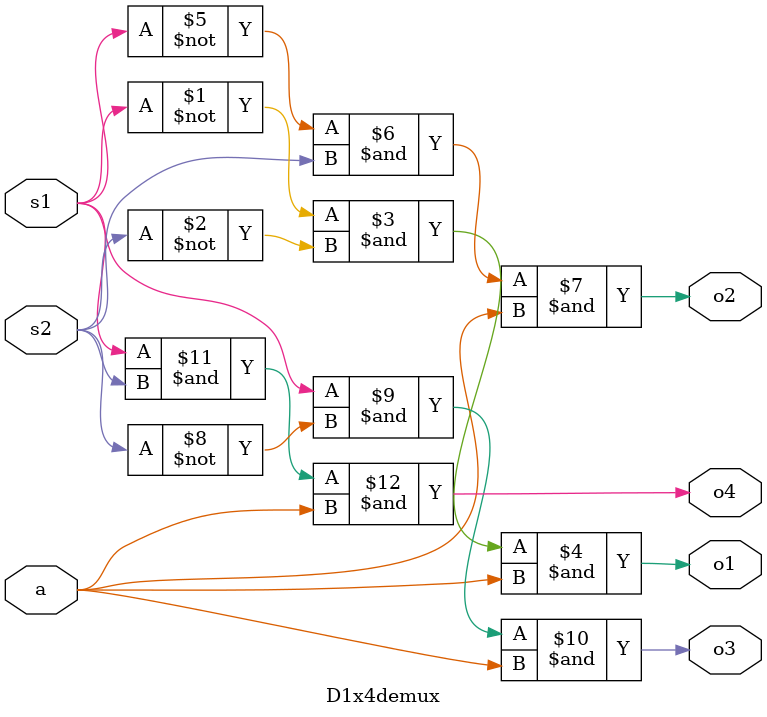
<source format=v>
`timescale 1ns / 1ps
module D1x4demux(o1,o2,o3,o4,a,s1,s2
    );
input a,s1,s2;
output o1,o2,o3,o4;
wire o1,o2,o3,o4;
assign o1=~s1&~s2&a;
assign o2=~s1&s2&a;
assign o3=s1&~s2&a;
assign o4=s1&s2&a;
endmodule

</source>
